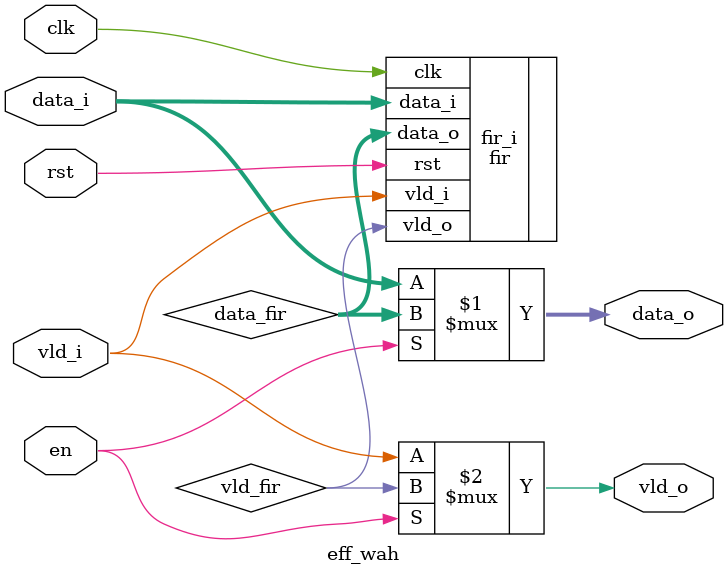
<source format=sv>
`include "defaults.svh"


module eff_wah #(
  parameter int DATA_WIDTH = 8
) (
  input  wire                   clk,
  input  wire                   rst,

  input  wire                   en,

  input  wire  [DATA_WIDTH-1:0] data_i,
  input  wire                   vld_i,

  output logic [DATA_WIDTH-1:0] data_o,
  output logic                  vld_o
);


  wire [DATA_WIDTH-1:0] data_fir;
  wire                  vld_fir;


  fir #(
    .ORDER (61),
    .DATA_WIDTH (DATA_WIDTH),
    .COEF_WIDTH (8),
    .COEF       ({8'h02, 8'h02, 8'h02, 8'h02, 8'h02,
                  8'h02, 8'h02, 8'h02, 8'h02, 8'h02,
                  8'h02, 8'h02, 8'h02, 8'h02, 8'h02,
                  8'h02, 8'h02, 8'h02, 8'h02, 8'h02,
                  8'h02, 8'h02, 8'h02, 8'h02, 8'h02,
                  8'h02, 8'h02, 8'h02, 8'h02, 8'h02,
                  8'h02, 8'h02, 8'h02, 8'h02, 8'h02,
                  8'h02, 8'h02, 8'h02, 8'h02, 8'h02,
                  8'h02, 8'h02, 8'h02, 8'h02, 8'h02,
                  8'h02, 8'h02, 8'h02, 8'h02, 8'h02,
                  8'h02, 8'h02, 8'h02, 8'h02, 8'h02,
                  8'h02, 8'h02, 8'h02, 8'h02, 8'h02,
                  8'h02})
  ) fir_i (
    .clk    (clk),
    .rst    (rst),
    .data_i (data_i),
    .vld_i  (vld_i),
    .data_o (data_fir),
    .vld_o  (vld_fir)
  );


  assign data_o = (en) ? data_fir : data_i;
  assign vld_o  = (en) ? vld_fir  : vld_i;


endmodule

</source>
